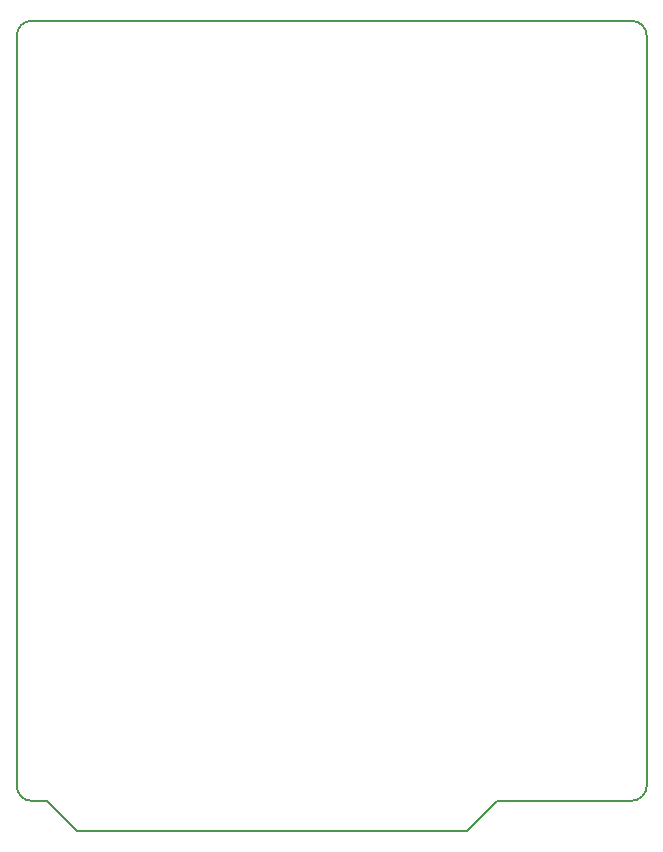
<source format=gbr>
G04 start of page 4 for group 2 idx 2 *
G04 Title: (unknown), outline *
G04 Creator: pcb 1.99z *
G04 CreationDate: Fri May 13 00:02:03 2016 UTC *
G04 For: matt *
G04 Format: Gerber/RS-274X *
G04 PCB-Dimensions (mil): 2500.00 3000.00 *
G04 PCB-Coordinate-Origin: lower left *
%MOIN*%
%FSLAX25Y25*%
%LNOUTLINE*%
%ADD42C,0.0059*%
G54D42*X225000Y20000D02*X180000D01*
X170000Y10000D01*
X40000D01*
X30000Y20000D01*
X25000D01*
Y280000D02*X225000D01*
X230000Y275000D02*Y25000D01*
X20000D02*Y275000D01*
G75*G02X25000Y280000I5000J0D01*G01*
X225000D02*G75*G02X230000Y275000I0J-5000D01*G01*
X20000Y25000D02*G75*G03X25000Y20000I5000J0D01*G01*
X230000Y25000D02*G75*G02X225000Y20000I-5000J0D01*G01*
M02*

</source>
